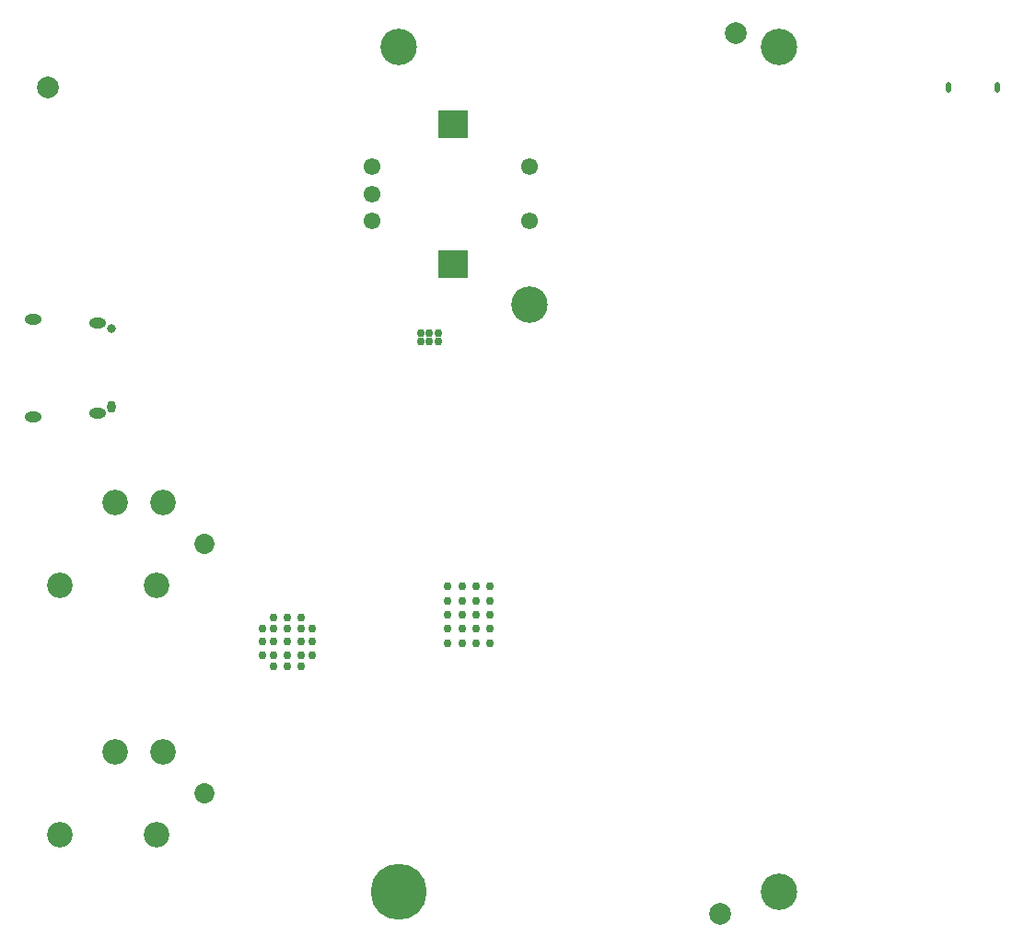
<source format=gbs>
G04*
G04 #@! TF.GenerationSoftware,Altium Limited,Altium Designer,19.0.10 (269)*
G04*
G04 Layer_Color=16711935*
%FSLAX25Y25*%
%MOIN*%
G70*
G01*
G75*
%ADD65C,0.07874*%
%ADD111O,0.03158X0.04339*%
%ADD112C,0.03158*%
%ADD113O,0.06110X0.03748*%
%ADD114R,0.10835X0.10441*%
%ADD115C,0.06110*%
%ADD116O,0.01772X0.03937*%
%ADD117C,0.07291*%
%ADD118C,0.09260*%
%ADD119C,0.13197*%
%ADD120C,0.02961*%
%ADD121C,0.20284*%
D65*
X253937Y7874D02*
D03*
X259842Y326772D02*
D03*
X10827Y307087D02*
D03*
D111*
X33661Y191339D02*
D03*
D112*
Y219685D02*
D03*
D113*
X28740Y189252D02*
D03*
X5315Y187835D02*
D03*
Y223189D02*
D03*
X28740Y221772D02*
D03*
D114*
X157480Y243110D02*
D03*
Y293898D02*
D03*
D115*
X127953Y258661D02*
D03*
Y268504D02*
D03*
Y278346D02*
D03*
X185039Y258661D02*
D03*
Y278346D02*
D03*
D116*
X354331Y307087D02*
D03*
X336614D02*
D03*
D117*
X67500Y141831D02*
D03*
Y51279D02*
D03*
D118*
X52480Y156831D02*
D03*
X49980Y126831D02*
D03*
X14980D02*
D03*
X34980Y156831D02*
D03*
Y66280D02*
D03*
X14980Y36279D02*
D03*
X49980D02*
D03*
X52480Y66280D02*
D03*
D119*
X275590Y321850D02*
D03*
Y15748D02*
D03*
X185039Y228346D02*
D03*
X137795Y321850D02*
D03*
D120*
X165748Y116142D02*
D03*
X170866D02*
D03*
X160630D02*
D03*
X155512D02*
D03*
X170866Y111024D02*
D03*
X165748D02*
D03*
X160630D02*
D03*
X155512D02*
D03*
Y105905D02*
D03*
X160630D02*
D03*
X165748D02*
D03*
X170866D02*
D03*
X155512Y121260D02*
D03*
X160630D02*
D03*
X165748D02*
D03*
X170866D02*
D03*
Y126378D02*
D03*
X165748D02*
D03*
X160630D02*
D03*
X155512D02*
D03*
X106398Y111260D02*
D03*
X102402Y115256D02*
D03*
X92480D02*
D03*
X97441D02*
D03*
X88484Y111260D02*
D03*
Y106299D02*
D03*
Y101339D02*
D03*
X92480Y97342D02*
D03*
X102402D02*
D03*
X97441D02*
D03*
X106398Y101339D02*
D03*
Y106299D02*
D03*
X102402Y111260D02*
D03*
X97441D02*
D03*
X92480D02*
D03*
Y106299D02*
D03*
X102402Y101339D02*
D03*
X92480D02*
D03*
X97441D02*
D03*
X102402Y106299D02*
D03*
X97441D02*
D03*
X151969Y218110D02*
D03*
X148819D02*
D03*
X145669D02*
D03*
Y214961D02*
D03*
X151969D02*
D03*
X148819D02*
D03*
X130976Y19685D02*
D03*
X133858Y22567D02*
D03*
X137795Y23622D02*
D03*
X141732Y22567D02*
D03*
X144521Y19640D02*
D03*
X145669Y15748D02*
D03*
X144614Y11811D02*
D03*
X141732Y8929D02*
D03*
X133858D02*
D03*
X137795Y7874D02*
D03*
X130976Y11811D02*
D03*
X129921Y15748D02*
D03*
D121*
X137795D02*
D03*
M02*

</source>
